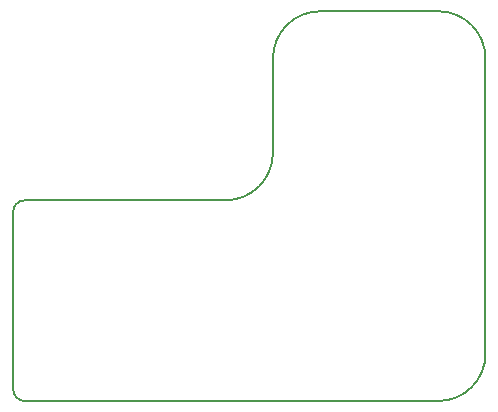
<source format=gbr>
%TF.GenerationSoftware,KiCad,Pcbnew,8.0.2*%
%TF.CreationDate,2024-06-11T02:39:08+02:00*%
%TF.ProjectId,tiny-vga,74696e79-2d76-4676-912e-6b696361645f,v1.0*%
%TF.SameCoordinates,Original*%
%TF.FileFunction,Profile,NP*%
%FSLAX46Y46*%
G04 Gerber Fmt 4.6, Leading zero omitted, Abs format (unit mm)*
G04 Created by KiCad (PCBNEW 8.0.2) date 2024-06-11 02:39:08*
%MOMM*%
%LPD*%
G01*
G04 APERTURE LIST*
%TA.AperFunction,Profile*%
%ADD10C,0.200000*%
%TD*%
G04 APERTURE END LIST*
D10*
X129000000Y-77000000D02*
X146000000Y-77000000D01*
X129000000Y-94000000D02*
X164000000Y-94000000D01*
X150000000Y-73000000D02*
G75*
G02*
X146000000Y-77000000I-4000000J0D01*
G01*
X154000000Y-61000000D02*
X164000000Y-61000000D01*
X164000000Y-61000000D02*
G75*
G02*
X168000000Y-65000000I0J-4000000D01*
G01*
X128000002Y-78000000D02*
X128000000Y-93000000D01*
X150000000Y-65000000D02*
G75*
G02*
X154000000Y-61000000I4000000J0D01*
G01*
X168000000Y-65000000D02*
X168000000Y-90000000D01*
X168000000Y-90000000D02*
G75*
G02*
X164000000Y-94000000I-4000000J0D01*
G01*
X129000000Y-94000000D02*
G75*
G02*
X128000000Y-93000000I0J1000000D01*
G01*
X150000000Y-73000000D02*
X150000000Y-65000000D01*
X128000000Y-78000000D02*
G75*
G02*
X129000000Y-77000000I1000000J0D01*
G01*
M02*

</source>
